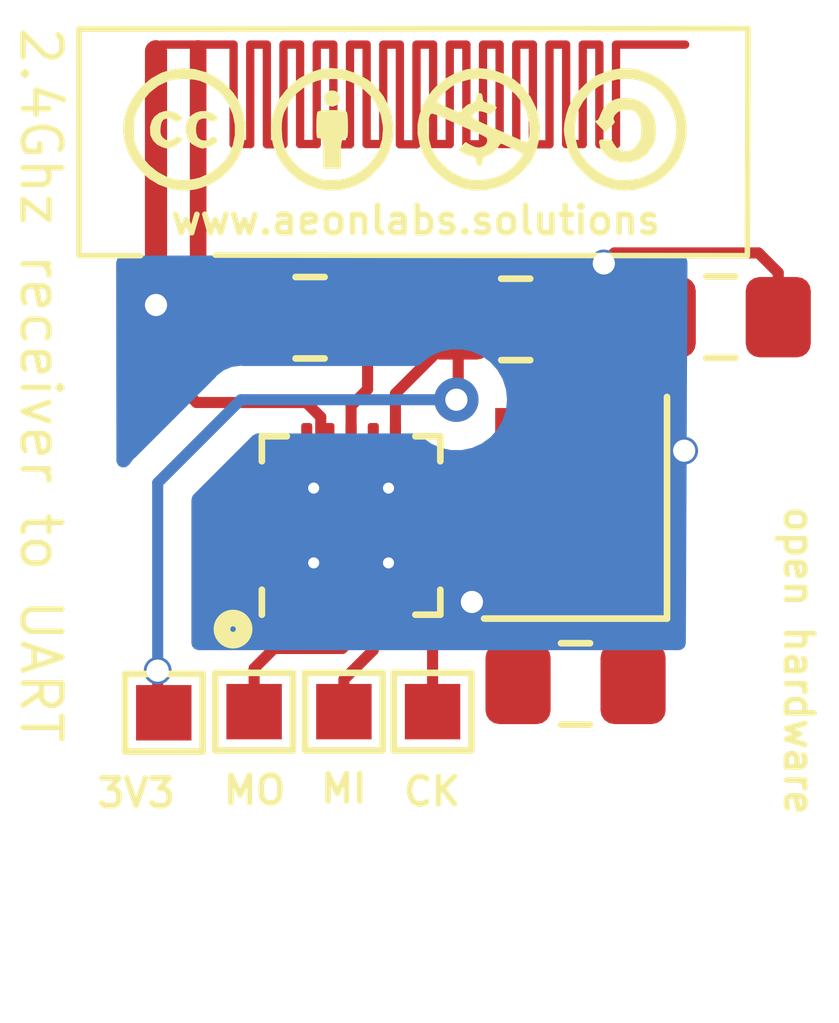
<source format=kicad_pcb>
(kicad_pcb (version 20211014) (generator pcbnew)
  (layers (0 "F.Cu" signal) (31 "B.Cu" signal) (34 "B.Paste" user) (35 "F.Paste" user) (36 "B.SilkS" user "B.Silkscreen") (37 "F.SilkS" user "F.Silkscreen") (38 "B.Mask" user) (39 "F.Mask" user) (44 "Edge.Cuts" user))
  (net 0 "")
  (net 1 "Net-(TP1-Pad1)")
  (net 2 "Net-(TP2-Pad1)")
  (net 3 "Net-(TP3-Pad1)")
  (net 9 "Net-(XY1-Pad1)")
  (net 10 "Net-(XY1-Pad3)")
  (net 11 "VDD_3V3")
  (net 12 "GND")
  (net 13 "Net-(XC3-Pad1)")
  (net 14 "Net-(XC3-Pad2)")
  (footprint "Capacitor_SMD:C_0805_2012Metric_Pad1.18x1.45mm_HandSolder" (layer "F.Cu") (at 124.85 86.26)
    (fp_text reference "XC2" hide)
    (fp_text value "36pF")
    (fp_line (start -0.261252 0.735) (end 0.261252 0.735) (layer "F.SilkS") (width 0.12))
    (fp_line (start -0.261252 -0.735) (end 0.261252 -0.735) (layer "F.SilkS") (width 0.12))
    (pad "1" smd roundrect (at -1.0375 0) (size 1.175 1.45) (layers "F.Cu" "F.Paste" "F.Mask") (roundrect_rratio 0.212766) (net 10 "Net-(XY1-Pad3)"))
    (pad "2" smd roundrect (at 1.0375 0) (size 1.175 1.45) (layers "F.Cu" "F.Paste" "F.Mask") (roundrect_rratio 0.212766) (net 12 "GND"))
  )
  (footprint "Crystal:Crystal_SMD_3225-4Pin_3.2x2.5mm" (layer "F.Cu") (at 122.23 89.7 90)
    (fp_text reference "XY1" hide)
    (fp_text value "16Mhz")
    (fp_line (start -2 1.65) (end 2 1.65) (layer "F.SilkS") (width 0.12))
    (fp_line (start -2 -1.65) (end -2 1.65) (layer "F.SilkS") (width 0.12))
    (pad "1" smd rect (at -1.1 0.85 90) (size 1.4 1.2) (layers "F.Cu" "F.Paste" "F.Mask") (net 9 "Net-(XY1-Pad1)"))
    (pad "2" smd rect (at 1.1 0.85 90) (size 1.4 1.2) (layers "F.Cu" "F.Paste" "F.Mask") (net 12 "GND"))
    (pad "3" smd rect (at 1.1 -0.85 90) (size 1.4 1.2) (layers "F.Cu" "F.Paste" "F.Mask") (net 10 "Net-(XY1-Pad3)"))
    (pad "4" smd rect (at -1.1 -0.85 90) (size 1.4 1.2) (layers "F.Cu" "F.Paste" "F.Mask") (net 12 "GND"))
  )
  (footprint "TestPoint:TestPoint_Pad_1.0x1.0mm" (layer "F.Cu") (at 119.65 93.38)
    (fp_text reference "TP3" hide)
    (fp_text value "TestPoint")
    (fp_line (start -0.7 0.7) (end -0.7 -0.7) (layer "F.SilkS") (width 0.12))
    (fp_line (start -0.7 -0.7) (end 0.7 -0.7) (layer "F.SilkS") (width 0.12))
    (fp_line (start 0.7 0.7) (end -0.7 0.7) (layer "F.SilkS") (width 0.12))
    (fp_line (start 0.7 -0.7) (end 0.7 0.7) (layer "F.SilkS") (width 0.12))
    (pad "1" smd rect (at 0 0) (size 1 1) (layers "F.Cu" "F.Mask") (net 3 "Net-(TP3-Pad1)"))
  )
  (footprint "Package_DFN_QFN:UQFN-20-1EP_3x3mm_P0.4mm_EP1.85x1.85mm_ThermalVias" (layer "F.Cu") (at 118.18 90.02 90)
    (fp_text reference "U1" hide)
    (fp_text value "XN297_2.4Ghz_RF_UART")
    (fp_line (start 1.61 -1.61) (end 1.61 -1.16) (layer "F.SilkS") (width 0.12))
    (fp_line (start -1.61 1.61) (end -1.61 1.16) (layer "F.SilkS") (width 0.12))
    (fp_line (start 1.16 1.61) (end 1.61 1.61) (layer "F.SilkS") (width 0.12))
    (fp_line (start 1.16 -1.61) (end 1.61 -1.61) (layer "F.SilkS") (width 0.12))
    (fp_line (start 1.61 1.61) (end 1.61 1.16) (layer "F.SilkS") (width 0.12))
    (fp_line (start -1.16 -1.61) (end -1.61 -1.61) (layer "F.SilkS") (width 0.12))
    (fp_line (start -1.16 1.61) (end -1.61 1.61) (layer "F.SilkS") (width 0.12))
    (pad "1" smd roundrect (at -1.4875 -0.8 90) (size 0.725 0.2) (layers "F.Cu" "F.Paste" "F.Mask"))
    (pad "2" smd roundrect (at -1.4875 -0.4 90) (size 0.725 0.2) (layers "F.Cu" "F.Paste" "F.Mask"))
    (pad "3" smd roundrect (at -1.4875 0 90) (size 0.725 0.2) (layers "F.Cu" "F.Paste" "F.Mask") (net 1 "Net-(TP1-Pad1)"))
    (pad "4" smd roundrect (at -1.4875 0.4 90) (size 0.725 0.2) (layers "F.Cu" "F.Paste" "F.Mask") (net 2 "Net-(TP2-Pad1)"))
    (pad "5" smd roundrect (at -1.4875 0.8 90) (size 0.725 0.2) (layers "F.Cu" "F.Paste" "F.Mask") (net 3 "Net-(TP3-Pad1)"))
    (pad "6" smd roundrect (at -0.8 1.4875 90) (size 0.2 0.725) (layers "F.Cu" "F.Paste" "F.Mask"))
    (pad "7" smd roundrect (at -0.4 1.4875 90) (size 0.2 0.725) (layers "F.Cu" "F.Paste" "F.Mask"))
    (pad "8" smd roundrect (at 0 1.4875 90) (size 0.2 0.725) (layers "F.Cu" "F.Paste" "F.Mask"))
    (pad "9" smd roundrect (at 0.4 1.4875 90) (size 0.2 0.725) (layers "F.Cu" "F.Paste" "F.Mask") (net 9 "Net-(XY1-Pad1)"))
    (pad "10" smd roundrect (at 0.8 1.4875 90) (size 0.2 0.725) (layers "F.Cu" "F.Paste" "F.Mask") (net 10 "Net-(XY1-Pad3)"))
    (pad "11" smd roundrect (at 1.4875 0.8 90) (size 0.725 0.2) (layers "F.Cu" "F.Paste" "F.Mask") (net 11 "VDD_3V3"))
    (pad "12" smd roundrect (at 1.4875 0.4 90) (size 0.725 0.2) (layers "F.Cu" "F.Paste" "F.Mask") (net 12 "GND"))
    (pad "13" smd roundrect (at 1.4875 0 90) (size 0.725 0.2) (layers "F.Cu" "F.Paste" "F.Mask") (net 13 "Net-(XC3-Pad1)"))
    (pad "14" smd roundrect (at 1.4875 -0.4 90) (size 0.725 0.2) (layers "F.Cu" "F.Paste" "F.Mask") (net 12 "GND"))
    (pad "15" smd roundrect (at 1.4875 -0.8 90) (size 0.725 0.2) (layers "F.Cu" "F.Paste" "F.Mask") (net 12 "GND"))
    (pad "16" smd roundrect (at 0.8 -1.4875 90) (size 0.2 0.725) (layers "F.Cu" "F.Paste" "F.Mask") (net 12 "GND"))
    (pad "17" smd roundrect (at 0.4 -1.4875 90) (size 0.2 0.725) (layers "F.Cu" "F.Paste" "F.Mask") (net 12 "GND"))
    (pad "18" smd roundrect (at 0 -1.4875 90) (size 0.2 0.725) (layers "F.Cu" "F.Paste" "F.Mask") (net 12 "GND"))
    (pad "19" smd roundrect (at -0.4 -1.4875 90) (size 0.2 0.725) (layers "F.Cu" "F.Paste" "F.Mask") (net 12 "GND"))
    (pad "20" smd roundrect (at -0.8 -1.4875 90) (size 0.2 0.725) (layers "F.Cu" "F.Paste" "F.Mask") (net 12 "GND"))
    (pad "21" smd rect (at 0 0 90) (size 1.85 1.85) (layers "F.Cu" "F.Mask") (net 12 "GND"))
    (pad "21" thru_hole circle (at 0.675 -0.675 90) (size 0.5 0.5) (drill 0.2) (layers *.Cu) (net 12 "GND"))
    (pad "21" thru_hole circle (at -0.675 -0.675 90) (size 0.5 0.5) (drill 0.2) (layers *.Cu) (net 12 "GND"))
    (pad "21" smd rect (at 0 0 90) (size 1.85 1.85) (layers "B.Cu") (net 12 "GND"))
    (pad "21" thru_hole circle (at 0.675 0.675 90) (size 0.5 0.5) (drill 0.2) (layers *.Cu) (net 12 "GND"))
    (pad "21" thru_hole circle (at -0.675 0.675 90) (size 0.5 0.5) (drill 0.2) (layers *.Cu) (net 12 "GND"))
  )
  (footprint "Capacitor_SMD:C_0805_2012Metric_Pad1.18x1.45mm_HandSolder" (layer "F.Cu") (at 121.15 86.3)
    (fp_text reference "XC4" hide)
    (fp_text value "100nF")
    (fp_line (start -0.261252 -0.735) (end 0.261252 -0.735) (layer "F.SilkS") (width 0.12))
    (fp_line (start -0.261252 0.735) (end 0.261252 0.735) (layer "F.SilkS") (width 0.12))
    (pad "1" smd roundrect (at -1.0375 0) (size 1.175 1.45) (layers "F.Cu" "F.Paste" "F.Mask") (roundrect_rratio 0.212766) (net 11 "VDD_3V3"))
    (pad "2" smd roundrect (at 1.0375 0) (size 1.175 1.45) (layers "F.Cu" "F.Paste" "F.Mask") (roundrect_rratio 0.212766) (net 12 "GND"))
  )
  (footprint "Capacitor_SMD:C_0805_2012Metric_Pad1.18x1.45mm_HandSolder" (layer "F.Cu") (at 122.23 92.88 180)
    (fp_text reference "XC1" hide)
    (fp_text value "36pF")
    (fp_line (start -0.261252 0.735) (end 0.261252 0.735) (layer "F.SilkS") (width 0.12))
    (fp_line (start -0.261252 -0.735) (end 0.261252 -0.735) (layer "F.SilkS") (width 0.12))
    (pad "1" smd roundrect (at -1.0375 0 180) (size 1.175 1.45) (layers "F.Cu" "F.Paste" "F.Mask") (roundrect_rratio 0.212766) (net 9 "Net-(XY1-Pad1)"))
    (pad "2" smd roundrect (at 1.0375 0 180) (size 1.175 1.45) (layers "F.Cu" "F.Paste" "F.Mask") (roundrect_rratio 0.212766) (net 12 "GND"))
  )
  (footprint "TestPoint:TestPoint_Pad_1.0x1.0mm" (layer "F.Cu") (at 114.8 93.4)
    (fp_text reference "TP4" hide)
    (fp_text value "3V3")
    (fp_line (start -0.7 0.7) (end -0.7 -0.7) (layer "F.SilkS") (width 0.12))
    (fp_line (start 0.7 0.7) (end -0.7 0.7) (layer "F.SilkS") (width 0.12))
    (fp_line (start 0.7 -0.7) (end 0.7 0.7) (layer "F.SilkS") (width 0.12))
    (fp_line (start -0.7 -0.7) (end 0.7 -0.7) (layer "F.SilkS") (width 0.12))
    (pad "1" smd rect (at 0 0) (size 1 1) (layers "F.Cu" "F.Mask") (net 11 "VDD_3V3"))
  )
  (footprint "TestPoint:TestPoint_Pad_1.0x1.0mm" (layer "F.Cu") (at 116.43 93.38)
    (fp_text reference "TP1" hide)
    (fp_text value "TestPoint")
    (fp_line (start 0.7 0.7) (end -0.7 0.7) (layer "F.SilkS") (width 0.12))
    (fp_line (start -0.7 0.7) (end -0.7 -0.7) (layer "F.SilkS") (width 0.12))
    (fp_line (start -0.7 -0.7) (end 0.7 -0.7) (layer "F.SilkS") (width 0.12))
    (fp_line (start 0.7 -0.7) (end 0.7 0.7) (layer "F.SilkS") (width 0.12))
    (pad "1" smd rect (at 0 0) (size 1 1) (layers "F.Cu" "F.Mask") (net 1 "Net-(TP1-Pad1)"))
  )
  (footprint "Capacitor_SMD:C_0805_2012Metric_Pad1.18x1.45mm_HandSolder" (layer "F.Cu") (at 117.44 86.27 180)
    (fp_text reference "XC3" hide)
    (fp_text value "????F")
    (fp_line (start -0.261252 0.735) (end 0.261252 0.735) (layer "F.SilkS") (width 0.12))
    (fp_line (start -0.261252 -0.735) (end 0.261252 -0.735) (layer "F.SilkS") (width 0.12))
    (pad "1" smd roundrect (at -1.0375 0 180) (size 1.175 1.45) (layers "F.Cu" "F.Paste" "F.Mask") (roundrect_rratio 0.212766) (net 13 "Net-(XC3-Pad1)"))
    (pad "2" smd roundrect (at 1.0375 0 180) (size 1.175 1.45) (layers "F.Cu" "F.Paste" "F.Mask") (roundrect_rratio 0.212766) (net 14 "Net-(XC3-Pad2)"))
  )
  (footprint "TestPoint:TestPoint_Pad_1.0x1.0mm" (layer "F.Cu") (at 118.05 93.38)
    (fp_text reference "TP2" hide)
    (fp_text value "TestPoint")
    (fp_line (start -0.7 -0.7) (end 0.7 -0.7) (layer "F.SilkS") (width 0.12))
    (fp_line (start 0.7 -0.7) (end 0.7 0.7) (layer "F.SilkS") (width 0.12))
    (fp_line (start -0.7 0.7) (end -0.7 -0.7) (layer "F.SilkS") (width 0.12))
    (fp_line (start 0.7 0.7) (end -0.7 0.7) (layer "F.SilkS") (width 0.12))
    (pad "1" smd rect (at 0 0) (size 1 1) (layers "F.Cu" "F.Mask") (net 2 "Net-(TP2-Pad1)"))
  )
  (footprint "AeonLabs Logosy:aeon creative commons logos" (layer "F.Cu") (at 119.1398 82.818532)
    (fp_text reference "G***" hide)
    (fp_text value "LOGO" hide)
    (fp_poly (pts (xy -1.195193 -0.294774) (xy -1.115925 -0.288911) (xy -1.06029 -0.279505) (xy -1.041401 -0.270934) (xy -1.028097 -0.234535) (xy -1.019602 -0.157803) (xy -1.01609 -0.042484) (xy -1.016 -0.016934) (xy -1.016637 0.084317) (xy -1.019354 0.150522) (xy -1.025366 0.188958) (xy -1.035885 0.206905) (xy -1.052124 0.211639) (xy -1.0541 0.211666) (xy -1.089556 0.216903) (xy -1.114324 0.236699) (xy -1.130215 0.277177) (xy -1.139042 0.344463) (xy -1.142617 0.444682) (xy -1.143 0.512233) (xy -1.143 0.762) (xy -1.4605 0.762) (xy -1.4605 0.512233) (xy -1.46205 0.392359) (xy -1.467905 0.308621) (xy -1.479877 0.254892) (xy -1.499778 0.225048) (xy -1.529421 0.212964) (xy -1.5494 0.211666) (xy -1.566276 0.207849) (xy -1.57731 0.191544) (xy -1.583716 0.155473) (xy -1.586707 0.092359) (xy -1.587496 -0.005076) (xy -1.5875 -0.016934) (xy -1.584934 -0.139234) (xy -1.577353 -0.223271) (xy -1.564929 -0.2673) (xy -1.5621 -0.270934) (xy -1.52921 -0.282789) (xy -1.465104 -0.2911) (xy -1.380753 -0.295868) (xy -1.287126 -0.297093)) (layer "F.SilkS") (width 0) (fill solid))
    (fp_poly (pts (xy -1.249089 -0.643104) (xy -1.205318 -0.617132) (xy -1.16421 -0.561116) (xy -1.156008 -0.496131) (xy -1.176465 -0.433502) (xy -1.221337 -0.384557) (xy -1.286379 -0.360623) (xy -1.30175 -0.359834) (xy -1.370452 -0.375486) (xy -1.407831 -0.40244) (xy -1.444343 -0.467016) (xy -1.446302 -0.531734) (xy -1.420733 -0.589147) (xy -1.374658 -0.631811) (xy -1.315102 -0.652279)) (layer "F.SilkS") (width 0) (fill solid))
    (fp_poly (pts (xy 1.528531 -1.038208) (xy 1.591082 -1.024328) (xy 1.804016 -0.950242) (xy 1.990328 -0.84361) (xy 2.148414 -0.706036) (xy 2.27667 -0.539124) (xy 2.373493 -0.344479) (xy 2.421327 -0.194083) (xy 2.45131 0.007361) (xy 2.439611 0.212027) (xy 2.386121 0.420823) (xy 2.333052 0.550333) (xy 2.278707 0.640112) (xy 2.197844 0.740816) (xy 2.100592 0.842181) (xy 1.997082 0.933939) (xy 1.897443 1.005825) (xy 1.865207 1.024471) (xy 1.676439 1.103828) (xy 1.478206 1.148231) (xy 1.279303 1.156614) (xy 1.088524 1.127912) (xy 1.064852 1.121423) (xy 0.888047 1.055508) (xy 0.732023 0.963525) (xy 0.584081 0.837855) (xy 0.571547 0.825452) (xy 0.448555 0.68583) (xy 0.358143 0.541497) (xy 0.291736 0.377827) (xy 0.273789 0.317665) (xy 0.238715 0.133613) (xy 0.239434 0.043184) (xy 0.434806 0.043184) (xy 0.434846 0.0635) (xy 0.448431 0.237907) (xy 0.489921 0.389717) (xy 0.56334 0.5279) (xy 0.672713 0.661426) (xy 0.727407 0.71552) (xy 0.874265 0.829363) (xy 1.037378 0.912693) (xy 1.167898 0.952294) (xy 1.276998 0.96392) (xy 1.406158 0.960641) (xy 1.536369 0.943854) (xy 1.641119 0.917554) (xy 1.789741 0.851823) (xy 1.921051 0.764036) (xy 1.939595 0.748264) (xy 1.984337 0.704191) (xy 2.03484 0.647842) (xy 2.082747 0.58948) (xy 2.119703 0.539367) (xy 2.137351 0.507766) (xy 2.137833 0.504793) (xy 2.119806 0.48751) (xy 2.071739 0.459047) (xy 2.002655 0.424543) (xy 1.973791 0.411372) (xy 1.893604 0.375136) (xy 1.825162 0.343259) (xy 1.780237 0.321252) (xy 1.773189 0.317447) (xy 1.74371 0.310298) (xy 1.718678 0.33371) (xy 1.704419 0.35886) (xy 1.651228 0.428842) (xy 1.575 0.491445) (xy 1.493808 0.532469) (xy 1.477647 0.537054) (xy 1.438377 0.553637) (xy 1.419921 0.587966) (xy 1.414147 0.629792) (xy 1.405881 0.682436) (xy 1.386941 0.704829) (xy 1.354666 0.709083) (xy 1.318933 0.703163) (xy 1.301879 0.677348) (xy 1.295223 0.630435) (xy 1.286767 0.57764) (xy 1.264102 0.551907) (xy 1.213535 0.538232) (xy 1.210557 0.537691) (xy 1.104455 0.507966) (xy 1.021642 0.458247) (xy 1.01019 0.448613) (xy 0.989243 0.426136) (xy 0.990227 0.40428) (xy 1.016572 0.370852) (xy 1.038559 0.347813) (xy 1.104488 0.279791) (xy 1.192535 0.33014) (xy 1.27879 0.369786) (xy 1.351948 0.378323) (xy 1.425868 0.357284) (xy 1.428261 0.356204) (xy 1.474582 0.318889) (xy 1.497465 0.268273) (xy 1.492005 0.219256) (xy 1.479119 0.201808) (xy 1.447431 0.18147) (xy 1.387259 0.150187) (xy 1.309186 0.113321) (xy 1.27 0.095888) (xy 1.176507 0.054913) (xy 1.085253 0.014593) (xy 1.011999 -0.018099) (xy 0.994833 -0.025857) (xy 0.916075 -0.061203) (xy 0.835762 -0.096615) (xy 0.814916 -0.105665) (xy 0.74176 -0.137753) (xy 0.658875 -0.174818) (xy 0.630869 -0.18752) (xy 0.567402 -0.213713) (xy 0.516161 -0.230078) (xy 0.498981 -0.232834) (xy 0.47022 -0.216872) (xy 0.450309 -0.167268) (xy 0.438691 -0.081442) (xy 0.434806 0.043184) (xy 0.239434 0.043184) (xy 0.240119 -0.043052) (xy 0.272621 -0.207615) (xy 0.330759 -0.378377) (xy 0.371049 -0.455349) (xy 0.592666 -0.455349) (xy 0.610573 -0.434967) (xy 0.657566 -0.404971) (xy 0.723552 -0.371782) (xy 0.724958 -0.371147) (xy 0.805075 -0.33501) (xy 0.880458 -0.300956) (xy 0.92747 -0.279674) (xy 0.97129 -0.261947) (xy 1.00051 -0.263132) (xy 1.030309 -0.288328) (xy 1.060878 -0.324479) (xy 1.131097 -0.388074) (xy 1.206518 -0.42584) (xy 1.260468 -0.446279) (xy 1.285674 -0.473871) (xy 1.295051 -0.523305) (xy 1.29536 -0.526897) (xy 1.303933 -0.578322) (xy 1.324157 -0.599657) (xy 1.354666 -0.60325) (xy 1.390673 -0.597176) (xy 1.407701 -0.570851) (xy 1.41402 -0.5261) (xy 1.421914 -0.476495) (xy 1.443044 -0.449342) (xy 1.489899 -0.431588) (xy 1.50927 -0.426538) (xy 1.575785 -0.404907) (xy 1.630622 -0.379029) (xy 1.640416 -0.372539) (xy 1.664941 -0.351388) (xy 1.666934 -0.331805) (xy 1.64348 -0.301653) (xy 1.616819 -0.274286) (xy 1.574369 -0.233874) (xy 1.544892 -0.219892) (xy 1.512034 -0.228242) (xy 1.485579 -0.241394) (xy 1.422385 -0.265288) (xy 1.362676 -0.275167) (xy 1.303889 -0.261605) (xy 1.254227 -0.228174) (xy 1.228599 -0.18576) (xy 1.227666 -0.176595) (xy 1.247292 -0.153631) (xy 1.304813 -0.117646) (xy 1.398199 -0.069687) (xy 1.525418 -0.010799) (xy 1.67815 0.055322) (xy 1.764215 0.092486) (xy 1.864504 0.137027) (xy 1.942733 0.172614) (xy 2.049526 0.221576) (xy 2.12443 0.254651) (xy 2.173799 0.274105) (xy 2.203987 0.2822) (xy 2.22135 0.281203) (xy 2.230509 0.275154) (xy 2.241303 0.246148) (xy 2.251711 0.187552) (xy 2.259458 0.112292) (xy 2.252777 -0.078866) (xy 2.206893 -0.260821) (xy 2.124709 -0.428713) (xy 2.009131 -0.577682) (xy 1.863066 -0.702866) (xy 1.723813 -0.783773) (xy 1.555889 -0.841528) (xy 1.375277 -0.86409) (xy 1.192143 -0.851903) (xy 1.016651 -0.805409) (xy 0.895078 -0.747658) (xy 0.835547 -0.706899) (xy 0.768577 -0.652148) (xy 0.702488 -0.591448) (xy 0.645604 -0.532844) (xy 0.606246 -0.48438) (xy 0.592666 -0.455349) (xy 0.371049 -0.455349) (xy 0.40634 -0.522769) (xy 0.508217 -0.655877) (xy 0.57957 -0.730633) (xy 0.74772 -0.869546) (xy 0.930446 -0.97085) (xy 1.123993 -1.033456) (xy 1.324606 -1.056271)) (layer "F.SilkS") (width 0) (fill solid))
    (fp_poly (pts (xy -3.477567 -0.251759) (xy -3.403297 -0.196254) (xy -3.371931 -0.160137) (xy -3.36858 -0.139098) (xy -3.391867 -0.117746) (xy -3.396004 -0.114711) (xy -3.458467 -0.087015) (xy -3.513079 -0.097371) (xy -3.534834 -0.116417) (xy -3.581806 -0.143602) (xy -3.642901 -0.143812) (xy -3.700671 -0.118277) (xy -3.716762 -0.103612) (xy -3.746188 -0.045183) (xy -3.75848 0.034498) (xy -3.753635 0.117973) (xy -3.731655 0.187782) (xy -3.716762 0.209444) (xy -3.659536 0.245293) (xy -3.590071 0.252685) (xy -3.525997 0.231323) (xy -3.504332 0.213046) (xy -3.468467 0.185262) (xy -3.428215 0.190214) (xy -3.416385 0.195277) (xy -3.374994 0.227455) (xy -3.372826 0.265667) (xy -3.407778 0.306769) (xy -3.477747 0.347621) (xy -3.533254 0.369859) (xy -3.593008 0.39054) (xy -3.631369 0.398455) (xy -3.667291 0.393662) (xy -3.719723 0.376221) (xy -3.735917 0.370495) (xy -3.835698 0.315469) (xy -3.904286 0.23275) (xy -3.940637 0.124366) (xy -3.943707 -0.00766) (xy -3.941391 -0.028147) (xy -3.910139 -0.122115) (xy -3.848648 -0.197095) (xy -3.765781 -0.250319) (xy -3.670403 -0.279017) (xy -3.571377 -0.28042)) (layer "F.SilkS") (width 0) (fill solid))
    (fp_poly (pts (xy -4.212099 -0.279762) (xy -4.108528 -0.243083) (xy -4.048463 -0.200311) (xy -4.011419 -0.164958) (xy -4.003613 -0.143763) (xy -4.022237 -0.123224) (xy -4.031004 -0.116369) (xy -4.092365 -0.087352) (xy -4.146763 -0.096543) (xy -4.169834 -0.116417) (xy -4.215417 -0.1423) (xy -4.27805 -0.145704) (xy -4.338699 -0.126294) (xy -4.348992 -0.119589) (xy -4.378179 -0.07785) (xy -4.39498 -0.00169) (xy -4.397452 0.023286) (xy -4.399878 0.098291) (xy -4.389486 0.149285) (xy -4.362603 0.19359) (xy -4.360878 0.195791) (xy -4.301316 0.242414) (xy -4.232291 0.253004) (xy -4.165946 0.226634) (xy -4.148979 0.211978) (xy -4.110824 0.183688) (xy -4.071496 0.186814) (xy -4.053729 0.194209) (xy -4.01482 0.216347) (xy -4.0005 0.23227) (xy -4.017196 0.260993) (xy -4.059115 0.299927) (xy -4.114011 0.339587) (xy -4.169634 0.370492) (xy -4.188867 0.378119) (xy -4.236314 0.393486) (xy -4.268383 0.398462) (xy -4.304012 0.392978) (xy -4.360334 0.377469) (xy -4.455571 0.3314) (xy -4.531015 0.257605) (xy -4.577056 0.166525) (xy -4.584177 0.134337) (xy -4.587963 0.003674) (xy -4.556156 -0.106122) (xy -4.508473 -0.176715) (xy -4.42164 -0.246087) (xy -4.319659 -0.2806)) (layer "F.SilkS") (width 0) (fill solid))
    (fp_poly (pts (xy 4.144088 -0.498645) (xy 4.274322 -0.450736) (xy 4.380933 -0.369081) (xy 4.466943 -0.251912) (xy 4.481567 -0.224785) (xy 4.510815 -0.160527) (xy 4.528013 -0.098724) (xy 4.536241 -0.023777) (xy 4.538494 0.0635) (xy 4.537525 0.15729) (xy 4.53091 0.22399) (xy 4.515481 0.278771) (xy 4.488068 0.336804) (xy 4.477221 0.356775) (xy 4.429342 0.430928) (xy 4.37387 0.499076) (xy 4.341063 0.53081) (xy 4.221472 0.604236) (xy 4.085985 0.645471) (xy 3.945416 0.653117) (xy 3.810579 0.625775) (xy 3.762536 0.605648) (xy 3.663955 0.542101) (xy 3.584846 0.461439) (xy 3.532554 0.372976) (xy 3.514416 0.291041) (xy 3.516375 0.257722) (xy 3.530259 0.240395) (xy 3.566416 0.233839) (xy 3.629799 0.232833) (xy 3.697172 0.234408) (xy 3.735541 0.243538) (xy 3.758225 0.26683) (xy 3.776298 0.30551) (xy 3.828756 0.37911) (xy 3.909507 0.427205) (xy 4.009648 0.444499) (xy 4.010032 0.4445) (xy 4.066125 0.436451) (xy 4.11806 0.407052) (xy 4.166526 0.36314) (xy 4.224463 0.292912) (xy 4.258643 0.216085) (xy 4.273767 0.119291) (xy 4.275666 0.052916) (xy 4.268418 -0.064205) (xy 4.244484 -0.152195) (xy 4.200578 -0.222075) (xy 4.190294 -0.23359) (xy 4.149341 -0.271165) (xy 4.106662 -0.289914) (xy 4.045052 -0.296031) (xy 4.016028 -0.296334) (xy 3.927202 -0.289466) (xy 3.864785 -0.266509) (xy 3.845855 -0.253448) (xy 3.797494 -0.203117) (xy 3.77463 -0.153159) (xy 3.780962 -0.113829) (xy 3.791859 -0.103762) (xy 3.800761 -0.086214) (xy 3.78444 -0.055115) (xy 3.739448 -0.004597) (xy 3.724794 0.010273) (xy 3.629005 0.106354) (xy 3.524506 0.00026) (xy 3.471544 -0.055808) (xy 3.447215 -0.088736) (xy 3.448545 -0.103545) (xy 3.461683 -0.105834) (xy 3.494544 -0.119491) (xy 3.520935 -0.165296) (xy 3.530989 -0.194364) (xy 3.582199 -0.311359) (xy 3.657905 -0.40062) (xy 3.739887 -0.45853) (xy 3.802462 -0.490481) (xy 3.863205 -0.507673) (xy 3.939832 -0.514122) (xy 3.987212 -0.514581)) (layer "F.SilkS") (width 0) (fill solid))
    (fp_poly (pts (xy -1.117302 -1.038208) (xy -1.054752 -1.024328) (xy -0.841818 -0.950242) (xy -0.655506 -0.84361) (xy -0.497419 -0.706036) (xy -0.369163 -0.539124) (xy -0.27234 -0.344479) (xy -0.224506 -0.194083) (xy -0.194523 0.007361) (xy -0.206223 0.212027) (xy -0.259712 0.420823) (xy -0.312781 0.550333) (xy -0.367126 0.640112) (xy -0.44799 0.740816) (xy -0.545241 0.842181) (xy -0.648751 0.933939) (xy -0.74839 1.005825) (xy -0.780626 1.024471) (xy -0.969394 1.103828) (xy -1.167627 1.148231) (xy -1.36653 1.156614) (xy -1.557309 1.127912) (xy -1.580981 1.121423) (xy -1.757786 1.055508) (xy -1.91381 0.963525) (xy -2.061752 0.837855) (xy -2.074286 0.825452) (xy -2.199802 0.68226) (xy -2.29146 0.533845) (xy -2.35696 0.366913) (xy -2.373123 0.309457) (xy -2.405722 0.137102) (xy -2.406805 0.052916) (xy -2.21131 0.052916) (xy -2.198924 0.228533) (xy -2.160151 0.379753) (xy -2.090747 0.516184) (xy -1.986463 0.647432) (xy -1.918426 0.71552) (xy -1.797074 0.811768) (xy -1.659462 0.891322) (xy -1.521581 0.945396) (xy -1.481667 0.955529) (xy -1.398955 0.964724) (xy -1.293429 0.964632) (xy -1.181439 0.956432) (xy -1.079334 0.941304) (xy -1.00524 0.921142) (xy -0.821413 0.828403) (xy -0.666545 0.709106) (xy -0.543059 0.566906) (xy -0.453376 0.405458) (xy -0.399919 0.228417) (xy -0.385109 0.039438) (xy -0.387837 -0.010584) (xy -0.423861 -0.208792) (xy -0.496567 -0.387995) (xy -0.603413 -0.544867) (xy -0.741858 -0.676084) (xy -0.909359 -0.778321) (xy -1.005417 -0.818326) (xy -1.113746 -0.844441) (xy -1.244037 -0.856851) (xy -1.380338 -0.855614) (xy -1.506697 -0.840789) (xy -1.598084 -0.816133) (xy -1.784025 -0.722987) (xy -1.940287 -0.59966) (xy -2.066631 -0.44639) (xy -2.162818 -0.263418) (xy -2.170799 -0.243417) (xy -2.19516 -0.161289) (xy -2.208027 -0.063999) (xy -2.21131 0.052916) (xy -2.406805 0.052916) (xy -2.407772 -0.022266) (xy -2.379274 -0.184963) (xy -2.373213 -0.207615) (xy -2.315075 -0.378377) (xy -2.239493 -0.522769) (xy -2.137616 -0.655877) (xy -2.066263 -0.730633) (xy -1.898113 -0.869546) (xy -1.715387 -0.97085) (xy -1.52184 -1.033456) (xy -1.321227 -1.056271)) (layer "F.SilkS") (width 0) (fill solid))
    (fp_poly (pts (xy 4.111103 -1.047966) (xy 4.235995 -1.02424) (xy 4.449714 -0.949561) (xy 4.636297 -0.842666) (xy 4.794365 -0.704932) (xy 4.92254 -0.537739) (xy 5.019442 -0.342465) (xy 5.067072 -0.193163) (xy 5.095971 0.002228) (xy 5.086416 0.202523) (xy 5.040252 0.399658) (xy 4.959322 0.585567) (xy 4.853046 0.743062) (xy 4.706216 0.891472) (xy 4.537242 1.009304) (xy 4.352202 1.094546) (xy 4.157172 1.145185) (xy 3.95823 1.159208) (xy 3.761453 1.134602) (xy 3.710685 1.121423) (xy 3.617122 1.089484) (xy 3.519142 1.048682) (xy 3.467317 1.02328) (xy 3.37157 0.95991) (xy 3.267008 0.871317) (xy 3.16529 0.769147) (xy 3.078073 0.665043) (xy 3.020164 0.57664) (xy 2.963425 0.449504) (xy 2.91782 0.306356) (xy 2.888045 0.164582) (xy 2.878666 0.052916) (xy 3.080653 0.052916) (xy 3.092512 0.2278) (xy 3.130887 0.378629) (xy 3.199972 0.514901) (xy 3.303961 0.646116) (xy 3.373241 0.71552) (xy 3.49447 0.811684) (xy 3.631923 0.891183) (xy 3.769633 0.945244) (xy 3.81 0.955491) (xy 3.900948 0.965364) (xy 4.014728 0.964121) (xy 4.133717 0.953125) (xy 4.240292 0.933736) (xy 4.291928 0.918276) (xy 4.46939 0.831528) (xy 4.618545 0.717463) (xy 4.738179 0.580977) (xy 4.827074 0.426967) (xy 4.884015 0.26033) (xy 4.907788 0.085962) (xy 4.897175 -0.091241) (xy 4.850962 -0.266381) (xy 4.767933 -0.434563) (xy 4.662421 -0.574058) (xy 4.525499 -0.695686) (xy 4.368627 -0.78415) (xy 4.198167 -0.839329) (xy 4.020481 -0.861098) (xy 3.84193 -0.849335) (xy 3.668875 -0.803919) (xy 3.507678 -0.724725) (xy 3.3647 -0.611632) (xy 3.352483 -0.599313) (xy 3.230779 -0.454682) (xy 3.147348 -0.307548) (xy 3.09858 -0.149247) (xy 3.080864 0.028884) (xy 3.080653 0.052916) (xy 2.878666 0.052916) (xy 2.890164 -0.072146) (xy 2.921561 -0.214443) (xy 2.968213 -0.356718) (xy 3.019604 -0.470856) (xy 3.081078 -0.56469) (xy 3.166947 -0.666863) (xy 3.266633 -0.767021) (xy 3.36956 -0.854811) (xy 3.465148 -0.919877) (xy 3.49342 -0.934664) (xy 3.703568 -1.014273) (xy 3.909168 -1.052005)) (layer "F.SilkS") (width 0) (fill solid))
    (fp_poly (pts (xy -3.775526 -1.036207) (xy -3.566986 -0.975889) (xy -3.482711 -0.939541) (xy -3.3355 -0.851405) (xy -3.196344 -0.734009) (xy -3.076319 -0.598287) (xy -2.986501 -0.455174) (xy -2.981317 -0.4445) (xy -2.902739 -0.234618) (xy -2.865447 -0.025235) (xy -2.868934 0.180517) (xy -2.912693 0.379507) (xy -2.99622 0.568603) (xy -3.119007 0.744674) (xy -3.185202 0.817071) (xy -3.329294 0.943418) (xy -3.484035 1.038036) (xy -3.661346 1.107621) (xy -3.742918 1.130364) (xy -3.910555 1.157883) (xy -4.077801 1.153163) (xy -4.236017 1.122196) (xy -4.430547 1.050156) (xy -4.607875 0.942344) (xy -4.763559 0.803353) (xy -4.893159 0.637774) (xy -4.992237 0.4502) (xy -5.047715 0.282694) (xy -5.07557 0.085031) (xy -5.073487 0.052916) (xy -4.876486 0.052916) (xy -4.875264 0.1551) (xy -4.86981 0.229285) (xy -4.857437 0.289775) (xy -4.83546 0.350875) (xy -4.809713 0.408615) (xy -4.716527 0.564979) (xy -4.593067 0.704593) (xy -4.447428 0.820837) (xy -4.287708 0.907087) (xy -4.144936 0.952294) (xy -4.040609 0.963487) (xy -3.916416 0.96097) (xy -3.79204 0.946126) (xy -3.687165 0.920341) (xy -3.686324 0.920047) (xy -3.506443 0.837473) (xy -3.349889 0.72574) (xy -3.222773 0.589712) (xy -3.168297 0.507478) (xy -3.094706 0.338983) (xy -3.058196 0.158663) (xy -3.057925 -0.026495) (xy -3.093051 -0.209501) (xy -3.162732 -0.383368) (xy -3.266126 -0.541107) (xy -3.299262 -0.579531) (xy -3.374553 -0.647104) (xy -3.474619 -0.716875) (xy -3.583705 -0.778816) (xy -3.676379 -0.819514) (xy -3.777437 -0.843569) (xy -3.902845 -0.855516) (xy -4.036393 -0.855369) (xy -4.16187 -0.84314) (xy -4.262507 -0.819044) (xy -4.438808 -0.733513) (xy -4.592264 -0.61312) (xy -4.720632 -0.459988) (xy -4.810562 -0.300909) (xy -4.841601 -0.230007) (xy -4.861054 -0.170466) (xy -4.871576 -0.108036) (xy -4.875822 -0.028465) (xy -4.876486 0.052916) (xy -5.073487 0.052916) (xy -5.062727 -0.112993) (xy -5.010552 -0.306986) (xy -4.920414 -0.492556) (xy -4.793678 -0.665311) (xy -4.732246 -0.730633) (xy -4.563181 -0.870894) (xy -4.379732 -0.972125) (xy -4.185143 -1.033782) (xy -3.98266 -1.055323)) (layer "F.SilkS") (width 0) (fill solid))
  )
  (gr_line (start 125.33 85.15) (end 125.34 81.05) (layer "F.SilkS") (width 0.1))
  (gr_circle (center 116.05 91.889751) (end 116.25 91.899751) (layer "F.SilkS") (width 0.3) (fill none))
  (gr_line (start 125.33 85.15) (end 115.73 85.14) (layer "F.SilkS") (width 0.1))
  (gr_line (start 125.34 81.05) (end 113.27 81.06) (layer "F.SilkS") (width 0.1))
  (gr_line (start 113.27 85.15) (end 114.38 85.15) (layer "F.SilkS") (width 0.1))
  (gr_line (start 113.27 81.06) (end 113.27 85.15) (layer "F.SilkS") (width 0.1))
  (gr_text "open hardware\n" (at 126.26 92.46 -90) (layer "F.SilkS") (effects (font (size 0.5 0.5) (thickness 0.1))))
  (gr_text "MO" (at 116.44 94.8) (layer "F.SilkS") (effects (font (size 0.5 0.5) (thickness 0.1))))
  (gr_text "CK" (at 119.64 94.82) (layer "F.SilkS") (effects (font (size 0.5 0.5) (thickness 0.1))))
  (gr_text "www.aeonlabs.solutions" (at 119.35 84.51) (layer "F.SilkS") (effects (font (size 0.5 0.5) (thickness 0.1))))
  (gr_text "MI" (at 118.05 94.77) (layer "F.SilkS") (effects (font (size 0.5 0.5) (thickness 0.1))))
  (gr_text "2.4Ghz receiver to UART" (at 112.58 87.48 270) (layer "F.SilkS") (effects (font (size 0.7 0.7) (thickness 0.1))))
  (gr_text "3V3" (at 114.3 94.85) (layer "F.SilkS") (effects (font (size 0.5 0.5) (thickness 0.1))))
  (segment (start 118.18 92.08) (end 118.02 92.24) (width 0.2) (layer "F.Cu") (net 1))
  (segment (start 116.43 92.6) (end 116.43 93.41) (width 0.2) (layer "F.Cu") (net 1))
  (segment (start 118.02 92.24) (end 116.79 92.24) (width 0.2) (layer "F.Cu") (net 1))
  (segment (start 118.18 91.5075) (end 118.18 92.08) (width 0.2) (layer "F.Cu") (net 1))
  (segment (start 116.79 92.24) (end 116.43 92.6) (width 0.2) (layer "F.Cu") (net 1))
  (segment (start 118.58 91.5075) (end 118.58 92.27) (width 0.2) (layer "F.Cu") (net 2))
  (segment (start 118.05 92.8) (end 118.05 93.38) (width 0.2) (layer "F.Cu") (net 2))
  (segment (start 118.58 92.27) (end 118.05 92.8) (width 0.2) (layer "F.Cu") (net 2))
  (segment (start 118.98 91.5075) (end 119.0675 91.5075) (width 0.2) (layer "F.Cu") (net 3))
  (segment (start 119.0675 91.5075) (end 119.65 92.09) (width 0.2) (layer "F.Cu") (net 3))
  (segment (start 119.65 92.09) (end 119.65 93.41) (width 0.2) (layer "F.Cu") (net 3))
  (segment (start 120.96 89.62) (end 121.1 89.76) (width 0.2) (layer "F.Cu") (net 9))
  (segment (start 119.6675 89.62) (end 120.69 89.62) (width 0.2) (layer "F.Cu") (net 9))
  (segment (start 121.1 89.76) (end 122.17 89.76) (width 0.2) (layer "F.Cu") (net 9))
  (segment (start 123.2675 90.9875) (end 123.08 90.8) (width 0.2) (layer "F.Cu") (net 9))
  (segment (start 122.17 89.76) (end 122.86 89.76) (width 0.2) (layer "F.Cu") (net 9))
  (segment (start 123.2675 92.88) (end 123.2675 90.9875) (width 0.2) (layer "F.Cu") (net 9))
  (segment (start 120.69 89.62) (end 120.96 89.62) (width 0.2) (layer "F.Cu") (net 9))
  (segment (start 122.86 89.76) (end 123.08 89.98) (width 0.2) (layer "F.Cu") (net 9))
  (segment (start 123.08 89.98) (end 123.08 90.8) (width 0.2) (layer "F.Cu") (net 9))
  (segment (start 121.38 87.69) (end 121.38 88.6) (width 0.2) (layer "F.Cu") (net 10))
  (segment (start 121.64 87.43) (end 121.38 87.69) (width 0.2) (layer "F.Cu") (net 10))
  (segment (start 123.8125 86.26) (end 123.8125 86.6475) (width 0.2) (layer "F.Cu") (net 10))
  (segment (start 120.27 89.22) (end 121.36 88.13) (width 0.2) (layer "F.Cu") (net 10))
  (segment (start 119.6675 89.22) (end 120.27 89.22) (width 0.2) (layer "F.Cu") (net 10))
  (segment (start 123.03 87.43) (end 121.64 87.43) (width 0.2) (layer "F.Cu") (net 10))
  (segment (start 123.8125 86.6475) (end 123.03 87.43) (width 0.2) (layer "F.Cu") (net 10))
  (segment (start 118.98 88.5325) (end 118.98 87.64) (width 0.2) (layer "F.Cu") (net 11))
  (segment (start 120.1125 86.3) (end 120.1125 87.7175) (width 0.2) (layer "F.Cu") (net 11))
  (segment (start 114.69 92.64) (end 114.69 93.29) (width 0.2) (layer "F.Cu") (net 11))
  (segment (start 120.1125 86.5075) (end 120.1125 86.3) (width 0.2) (layer "F.Cu") (net 11))
  (segment (start 120.1125 87.7175) (end 120.08 87.75) (width 0.2) (layer "F.Cu") (net 11))
  (segment (start 114.69 93.29) (end 114.8 93.4) (width 0.2) (layer "F.Cu") (net 11))
  (segment (start 118.98 87.64) (end 120.1125 86.5075) (width 0.2) (layer "F.Cu") (net 11))
  (via (at 114.69 92.64) (size 0.5) (drill 0.4) (layers "F.Cu" "B.Cu") (net 11))
  (via (at 120.08 87.75) (size 0.8) (drill 0.4) (layers "F.Cu" "B.Cu") (net 11))
  (segment (start 116.19 87.75) (end 114.69 89.25) (width 0.2) (layer "B.Cu") (net 11))
  (segment (start 120.08 87.75) (end 116.19 87.75) (width 0.2) (layer "B.Cu") (net 11))
  (segment (start 114.69 89.25) (end 114.69 92.64) (width 0.2) (layer "B.Cu") (net 11))
  (segment (start 123.08 88.6) (end 124.12 88.6) (width 0.2) (layer "F.Cu") (net 12))
  (segment (start 117.37 87.8) (end 115.39 87.8) (width 0.2) (layer "F.Cu") (net 12))
  (segment (start 119.96125 81.34) (end 120.25875 81.34) (width 0.15) (layer "F.Cu") (net 12))
  (segment (start 116.3575 83.135) (end 116.36 83.1375) (width 0.15) (layer "F.Cu") (net 12))
  (segment (start 122.06 83.135) (end 122.06 81.34) (width 0.15) (layer "F.Cu") (net 12))
  (segment (start 117.78 88.5325) (end 117.6325 88.5325) (width 0.2) (layer "F.Cu") (net 12))
  (segment (start 116.06 83.135) (end 116.3575 83.135) (width 0.15) (layer "F.Cu") (net 12))
  (segment (start 122.96 81.34) (end 124.2075 81.34) (width 0.15) (layer "F.Cu") (net 12))
  (segment (start 119.06 83.135) (end 119.06 81.34) (width 0.15) (layer "F.Cu") (net 12))
  (segment (start 117.56125 81.34) (end 117.85875 81.34) (width 0.15) (layer "F.Cu") (net 12))
  (segment (start 121.1575 83.135) (end 121.16 83.1375) (width 0.15) (layer "F.Cu") (net 12))
  (segment (start 121.16 83.1375) (end 121.16 81.3425) (width 0.15) (layer "F.Cu") (net 12))
  (segment (start 122.36 83.1375) (end 122.36 81.3425) (width 0.15) (layer "F.Cu") (net 12))
  (segment (start 119.06125 83.14) (end 119.35875 83.14) (width 0.15) (layer "F.Cu") (net 12))
  (segment (start 122.93 85.1) (end 125.53 85.1) (width 0.2) (layer "F.Cu") (net 12))
  (segment (start 116.6925 89.22) (end 116.6925 90.82) (width 0.2) (layer "F.Cu") (net 12))
  (segment (start 118.7575 83.135) (end 118.76 83.1375) (width 0.15) (layer "F.Cu") (net 12))
  (segment (start 121.46 83.135) (end 121.46 81.34) (width 0.15) (layer "F.Cu") (net 12))
  (segment (start 121.16125 81.34) (end 121.45875 81.34) (width 0.15) (layer "F.Cu") (net 12))
  (segment (start 117.6325 88.5325) (end 117.38 88.5325) (width 0.2) (layer "F.Cu") (net 12))
  (segment (start 121.76 83.14) (end 121.76 81.345) (width 0.15) (layer "F.Cu") (net 12))
  (segment (start 114.67 87.08) (end 114.67 86.1) (width 0.2) (layer "F.Cu") (net 12))
  (segment (start 115.39 87.8) (end 114.67 87.08) (width 0.2) (layer "F.Cu") (net 12))
  (segment (start 116.6925 90.02) (end 118.18 90.02) (width 0.2) (layer "F.Cu") (net 12))
  (segment (start 116.06 81.34) (end 114.76 81.34) (width 0.15) (layer "F.Cu") (net 12))
  (segment (start 118.16 83.14) (end 118.16 81.345) (width 0.15) (layer "F.Cu") (net 12))
  (segment (start 119.9575 83.135) (end 119.96 83.1375) (width 0.15) (layer "F.Cu") (net 12))
  (segment (start 116.96 83.14) (end 116.96 81.345) (width 0.15) (layer "F.Cu") (net 12))
  (segment (start 115.42 81.41) (end 115.42 84.05) (width 0.3) (layer "F.Cu") (net 12))
  (segment (start 117.86125 83.14) (end 118.15875 83.14) (width 0.15) (layer "F.Cu") (net 12))
  (segment (start 117.56 83.1375) (end 117.56 81.3425) (width 0.15) (layer "F.Cu") (net 12))
  (segment (start 118.16125 81.34) (end 118.45875 81.34) (width 0.15) (layer "F.Cu") (net 12))
  (segment (start 116.36 83.1375) (end 116.36 81.3425) (width 0.15) (layer "F.Cu") (net 12))
  (segment (start 116.06 83.135) (end 116.06 81.34) (width 0.15) (layer "F.Cu") (net 12))
  (segment (start 120.26 83.135) (end 120.26 81.34) (width 0.15) (layer "F.Cu") (net 12))
  (segment (start 118.76 83.1375) (end 118.76 81.3425) (width 0.15) (layer "F.Cu") (net 12))
  (segment (start 121.46125 83.14) (end 121.75875 83.14) (width 0.15) (layer "F.Cu") (net 12))
  (segment (start 119.36 83.14) (end 119.36 81.345) (width 0.15) (layer "F.Cu") (net 12))
  (segment (start 122.1875 85.8725) (end 122.74 85.32) (width 0.2) (layer "F.Cu") (net 12))
  (segment (start 117.5575 83.135) (end 117.56 83.1375) (width 0.15) (layer "F.Cu") (net 12))
  (segment (start 125.53 85.1) (end 125.8875 85.4575) (width 0.2) (layer "F.Cu") (net 12))
  (segment (start 114.76 81.34) (end 114.66 81.44) (width 0.15) (layer "F.Cu") (net 12))
  (segment (start 124.12 88.6) (end 124.19 88.67) (width 0.2) (layer "F.Cu") (net 12))
  (segment (start 120.26125 83.14) (end 120.55875 83.14) (width 0.15) (layer "F.Cu") (net 12))
  (segment (start 116.66125 83.14) (end 116.95875 83.14) (width 0.15) (layer "F.Cu") (net 12))
  (segment (start 119.66 83.135) (end 119.9575 83.135) (width 0.15) (layer "F.Cu") (net 12))
  (segment (start 120.56 83.14) (end 120.56 81.345) (width 0.15) (layer "F.Cu") (net 12))
  (segment (start 118.58 89.62) (end 118.18 90.02) (width 0.2) (layer "F.Cu") (net 12))
  (segment (start 121.76125 81.34) (end 122.05875 81.34) (width 0.15) (layer "F.Cu") (net 12))
  (segment (start 120.86 83.135) (end 121.1575 83.135) (width 0.15) (layer "F.Cu") (net 12))
  (segment (start 117.26 83.135) (end 117.5575 83.135) (width 0.15) (layer "F.Cu") (net 12))
  (segment (start 119.36125 81.34) (end 119.65875 81.34) (width 0.15) (layer "F.Cu") (net 12))
  (segment (start 116.96125 81.34) (end 117.25875 81.34) (width 0.15) (layer "F.Cu") (net 12))
  (segment (start 120.78 91.4) (end 120.36 91.4) (width 0.2) (layer "F.Cu") (net 12))
  (segment (start 120.86 83.135) (end 120.86 81.34) (width 0.15) (layer "F.Cu") (net 12))
  (segment (start 121.13 90.6875) (end 121.13 92.57) (width 0.2) (layer "F.Cu") (net 12))
  (segment (start 122.36125 81.34) (end 122.65875 81.34) (width 0.15) (layer "F.Cu") (net 12))
  (segment (start 117.6325 88.0625) (end 117.37 87.8) (width 0.2) (layer "F.Cu") (net 12))
  (segment (start 119.96 83.1375) (end 119.96 81.3425) (width 0.15) (layer "F.Cu") (net 12))
  (segment (start 115.42 85.6175) (end 116.1725 86.37) (width 0.3) (layer "F.Cu") (net 12))
  (segment (start 122.96 83.14) (end 122.96 81.345) (width 0.15) (layer "F.Cu") (net 12))
  (segment (start 117.26 83.135) (end 117.26 81.34) (width 0.15) (layer "F.Cu") (net 12))
  (segment (start 118.46 83.135) (end 118.7575 83.135) (width 0.15) (layer "F.Cu") (net 12))
  (segment (start 116.66 83.135) (end 116.66 81.34) (width 0.15) (layer "F.Cu") (net 12))
  (segment (start 120.56125 81.34) (end 120.85875 81.34) (width 0.15) (layer "F.Cu") (net 12))
  (segment (start 119.66 83.135) (end 119.66 81.34) (width 0.15) (layer "F.Cu") (net 12))
  (segment (start 118.76125 81.34) (end 119.05875 81.34) (width 0.15) (layer "F.Cu") (net 12))
  (segment (start 114.66 81.46) (end 114.66 86.04) (width 0.4) (layer "F.Cu") (net 12))
  (segment (start 117.78 88.5325) (end 117.78 89.62) (width 0.2) (layer "F.Cu") (net 12))
  (segment (start 117.86 83.135) (end 117.86 81.34) (width 0.15) (layer "F.Cu") (net 12))
  (segment (start 115.42 84.05) (end 115.42 85.6175) (width 0.3) (layer "F.Cu") (net 12))
  (segment (start 116.36125 81.34) (end 116.65875 81.34) (width 0.15) (layer "F.Cu") (net 12))
  (segment (start 121.38 90.8) (end 120.78 91.4) (width 0.2) (layer "F.Cu") (net 12))
  (segment (start 122.3575 83.135) (end 122.36 83.1375) (width 0.15) (layer "F.Cu") (net 12))
  (segment (start 122.1875 86.3) (end 122.1875 85.8725) (width 0.2) (layer "F.Cu") (net 12))
  (segment (start 122.66125 83.14) (end 122.95875 83.14) (width 0.15) (layer "F.Cu") (net 12))
  (segment (start 118.46 83.135) (end 118.46 81.34) (width 0.15) (layer "F.Cu") (net 12))
  (segment (start 122.74 85.29) (end 122.93 85.1) (width 0.2) (layer "F.Cu") (net 12))
  (segment (start 118.58 88.5325) (end 118.58 89.62) (width 0.2) (layer "F.Cu") (net 12))
  (segment (start 117.78 89.62) (end 118.18 90.02) (width 0.2) (layer "F.Cu") (net 12))
  (segment (start 117.6325 88.5325) (end 117.6325 88.0625) (width 0.2) (layer "F.Cu") (net 12))
  (segment (start 122.06 83.135) (end 122.3575 83.135) (width 0.15) (layer "F.Cu") (net 12))
  (segment (start 125.8875 85.4575) (end 125.8875 86.26) (width 0.2) (layer "F.Cu") (net 12))
  (segment (start 122.66 83.135) (end 122.66 81.34) (width 0.15) (layer "F.Cu") (net 12))
  (via (at 114.66 86.04) (size 0.8) (drill 0.4) (layers "F.Cu" "B.Cu") (net 12))
  (via (at 124.19 88.67) (size 0.5) (drill 0.4) (layers "F.Cu" "B.Cu") (net 12))
  (via (at 122.74 85.29) (size 0.5) (drill 0.4) (layers "F.Cu" "B.Cu") (net 12))
  (via (at 120.36 91.4) (size 0.5) (drill 0.4) (layers "F.Cu" "B.Cu") (net 12))
  (segment (start 118.18 88.5325) (end 118.18 87.86) (width 0.2) (layer "F.Cu") (net 13))
  (segment (start 118.18 87.86) (end 118.4775 87.5625) (width 0.2) (layer "F.Cu") (net 13))
  (segment (start 118.4775 87.5625) (end 118.4775 86.27) (width 0.2) (layer "F.Cu") (net 13))
  (zone (net 0) (net_name "") (layers F&B.Cu) (connect_pads (clearance 0)) (min_thickness 0.254)
    (keepout (tracks not_allowed) (vias not_allowed) (pads not_allowed) (copperpour not_allowed) (footprints not_allowed))
    (fill (thermal_gap 0.508) (thermal_bridge_width 0.508))
    (polygon (pts (xy 125.32 85.14) (xy 115.68 85.15) (xy 115.68 83.96) (xy 114.42 83.96) (xy 114.42 85.14) (xy 113.27 85.14) (xy 113.27 81.06) (xy 125.34 81.05)))
  )
  (zone (net 12) (net_name "GND") (layer "B.Cu") (connect_pads yes (clearance 0.508)) (min_thickness 0.254) (fill yes (thermal_gap 0.508) (thermal_bridge_width 0.508))
    (polygon (pts (xy 124.22 92.27) (xy 113.95 92.27) (xy 113.94 85.17) (xy 113.94 85.15) (xy 124.25 85.13)))
  )
)
</source>
